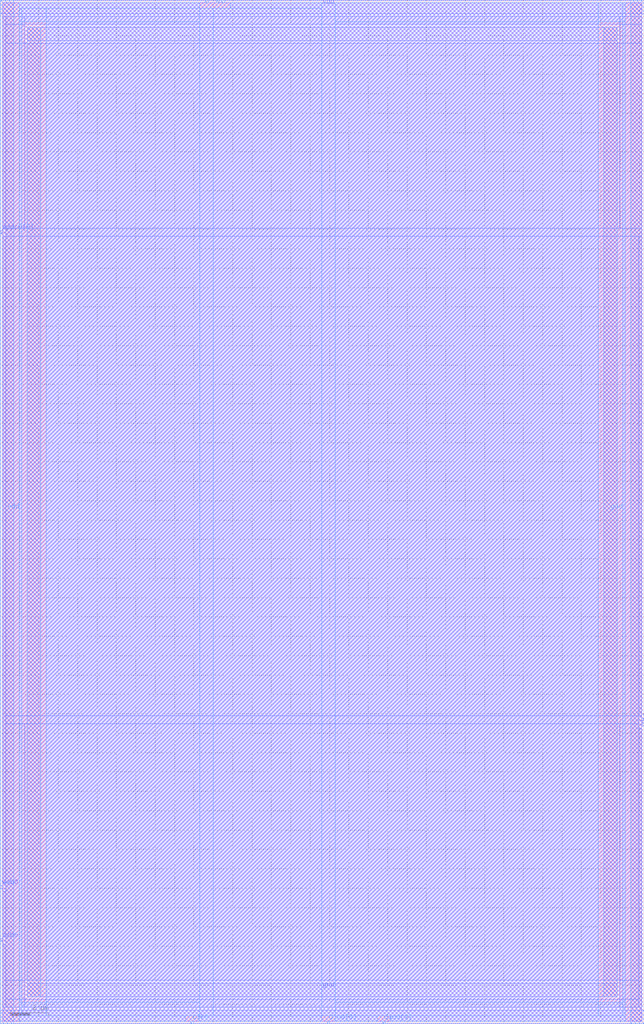
<source format=lef>
VERSION 5.4 ;
NAMESCASESENSITIVE ON ;
BUSBITCHARS "[]" ;
DIVIDERCHAR "/" ;
UNITS
  DATABASE MICRONS 2000 ;
END UNITS
MACRO freepdk45_16x2
   CLASS BLOCK ;
   SIZE 33.24 BY 52.84 ;
   SYMMETRY X Y R90 ;
   PIN din0[0]
      DIRECTION INPUT ;
      PORT
         LAYER metal4 ;
         RECT  16.8725 0.0 17.0125 0.14 ;
      END
   END din0[0]
   PIN din0[1]
      DIRECTION INPUT ;
      PORT
         LAYER metal4 ;
         RECT  19.7325 0.0 19.8725 0.14 ;
      END
   END din0[1]
   PIN addr0[0]
      DIRECTION INPUT ;
      PORT
         LAYER metal3 ;
         RECT  0.0 40.78 0.14 40.92 ;
      END
   END addr0[0]
   PIN addr0[1]
      DIRECTION INPUT ;
      PORT
         LAYER metal4 ;
         RECT  10.585 52.7 10.725 52.84 ;
      END
   END addr0[1]
   PIN addr0[2]
      DIRECTION INPUT ;
      PORT
         LAYER metal4 ;
         RECT  11.44 52.7 11.58 52.84 ;
      END
   END addr0[2]
   PIN addr0[3]
      DIRECTION INPUT ;
      PORT
         LAYER metal4 ;
         RECT  11.155 52.7 11.295 52.84 ;
      END
   END addr0[3]
   PIN csb0
      DIRECTION INPUT ;
      PORT
         LAYER metal3 ;
         RECT  0.0 4.25 0.14 4.39 ;
      END
   END csb0
   PIN web0
      DIRECTION INPUT ;
      PORT
         LAYER metal3 ;
         RECT  0.0 6.98 0.14 7.12 ;
      END
   END web0
   PIN clk0
      DIRECTION INPUT ;
      PORT
         LAYER metal4 ;
         RECT  9.84 0.0 9.98 0.14 ;
      END
   END clk0
   PIN dout0[0]
      DIRECTION OUTPUT ;
      PORT
         LAYER metal3 ;
         RECT  33.1 15.6275 33.24 15.7675 ;
      END
   END dout0[0]
   PIN dout0[1]
      DIRECTION OUTPUT ;
      PORT
         LAYER metal3 ;
         RECT  33.1 15.3925 33.24 15.5325 ;
      END
   END dout0[1]
   PIN vdd
      DIRECTION INOUT ;
      USE POWER ; 
      SHAPE ABUTMENT ; 
      PORT
         LAYER metal3 ;
         RECT  0.0 0.0 33.24 0.7 ;
         LAYER metal4 ;
         RECT  32.54 0.0 33.24 52.84 ;
         LAYER metal3 ;
         RECT  0.0 52.14 33.24 52.84 ;
         LAYER metal4 ;
         RECT  0.0 0.0 0.7 52.84 ;
      END
   END vdd
   PIN gnd
      DIRECTION INOUT ;
      USE GROUND ; 
      SHAPE ABUTMENT ; 
      PORT
         LAYER metal4 ;
         RECT  1.4 1.4 2.1 51.44 ;
         LAYER metal3 ;
         RECT  1.4 50.74 31.84 51.44 ;
         LAYER metal3 ;
         RECT  1.4 1.4 31.84 2.1 ;
         LAYER metal4 ;
         RECT  31.14 1.4 31.84 51.44 ;
      END
   END gnd
   OBS
   LAYER  metal1 ;
      RECT  0.14 0.14 33.1 52.7 ;
   LAYER  metal2 ;
      RECT  0.14 0.14 33.1 52.7 ;
   LAYER  metal3 ;
      RECT  0.28 40.64 33.1 41.06 ;
      RECT  0.14 4.53 0.28 6.84 ;
      RECT  0.14 7.26 0.28 40.64 ;
      RECT  0.28 15.4875 32.96 15.9075 ;
      RECT  0.28 15.9075 32.96 40.64 ;
      RECT  32.96 15.9075 33.1 40.64 ;
      RECT  0.14 0.84 0.28 4.11 ;
      RECT  32.96 0.84 33.1 15.2525 ;
      RECT  0.14 41.06 0.28 52.0 ;
      RECT  0.28 41.06 1.26 50.6 ;
      RECT  0.28 50.6 1.26 51.58 ;
      RECT  0.28 51.58 1.26 52.0 ;
      RECT  1.26 41.06 31.98 50.6 ;
      RECT  1.26 51.58 31.98 52.0 ;
      RECT  31.98 41.06 33.1 50.6 ;
      RECT  31.98 50.6 33.1 51.58 ;
      RECT  31.98 51.58 33.1 52.0 ;
      RECT  0.28 0.84 1.26 1.26 ;
      RECT  0.28 1.26 1.26 2.24 ;
      RECT  0.28 2.24 1.26 15.4875 ;
      RECT  1.26 0.84 31.98 1.26 ;
      RECT  1.26 2.24 31.98 15.4875 ;
      RECT  31.98 0.84 32.96 1.26 ;
      RECT  31.98 1.26 32.96 2.24 ;
      RECT  31.98 2.24 32.96 15.4875 ;
   LAYER  metal4 ;
      RECT  16.5925 0.42 17.2925 52.7 ;
      RECT  17.2925 0.14 19.4525 0.42 ;
      RECT  10.305 0.42 11.005 52.42 ;
      RECT  11.005 0.42 16.5925 52.42 ;
      RECT  11.86 52.42 16.5925 52.7 ;
      RECT  10.26 0.14 16.5925 0.42 ;
      RECT  20.1525 0.14 32.26 0.42 ;
      RECT  0.98 52.42 10.305 52.7 ;
      RECT  0.98 0.14 9.56 0.42 ;
      RECT  0.98 0.42 1.12 1.12 ;
      RECT  0.98 1.12 1.12 51.72 ;
      RECT  0.98 51.72 1.12 52.42 ;
      RECT  1.12 0.42 2.38 1.12 ;
      RECT  1.12 51.72 2.38 52.42 ;
      RECT  2.38 0.42 10.305 1.12 ;
      RECT  2.38 1.12 10.305 51.72 ;
      RECT  2.38 51.72 10.305 52.42 ;
      RECT  17.2925 0.42 30.86 1.12 ;
      RECT  17.2925 1.12 30.86 51.72 ;
      RECT  17.2925 51.72 30.86 52.7 ;
      RECT  30.86 0.42 32.12 1.12 ;
      RECT  30.86 51.72 32.12 52.7 ;
      RECT  32.12 0.42 32.26 1.12 ;
      RECT  32.12 1.12 32.26 51.72 ;
      RECT  32.12 51.72 32.26 52.7 ;
   END
END    freepdk45_16x2
END    LIBRARY

</source>
